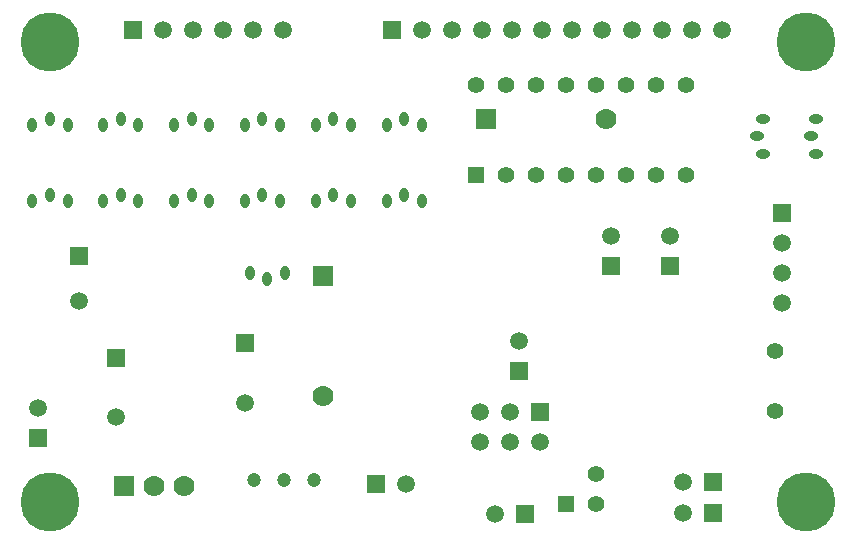
<source format=gts>
G04 (created by PCBNEW (2013-07-07 BZR 4022)-stable) date 2015-02-26 23:16:54*
%MOIN*%
G04 Gerber Fmt 3.4, Leading zero omitted, Abs format*
%FSLAX34Y34*%
G01*
G70*
G90*
G04 APERTURE LIST*
%ADD10C,0.00629921*%
%ADD11C,0.07*%
%ADD12R,0.07X0.07*%
%ADD13R,0.055X0.055*%
%ADD14C,0.055*%
%ADD15O,0.0314961X0.0472441*%
%ADD16C,0.1969*%
%ADD17R,0.0590551X0.0590551*%
%ADD18C,0.0590551*%
%ADD19O,0.0472441X0.0314961*%
%ADD20C,0.0591*%
%ADD21R,0.0591X0.0591*%
%ADD22C,0.0472*%
G04 APERTURE END LIST*
G54D10*
G54D11*
X10275Y4732D03*
G54D12*
X10275Y8732D03*
G54D11*
X19716Y13976D03*
G54D12*
X15716Y13976D03*
G54D13*
X15397Y12082D03*
G54D14*
X16397Y12082D03*
X17397Y12082D03*
X18397Y12082D03*
X19397Y12082D03*
X20397Y12082D03*
X21397Y12082D03*
X22397Y12082D03*
X22397Y15082D03*
X21397Y15082D03*
X20397Y15082D03*
X19397Y15082D03*
X18397Y15082D03*
X17397Y15082D03*
X16397Y15082D03*
X15397Y15082D03*
G54D15*
X9015Y8818D03*
X8425Y8622D03*
X7834Y8818D03*
G54D16*
X1181Y16535D03*
X26377Y16535D03*
X26377Y1181D03*
X1181Y1181D03*
G54D17*
X3937Y16929D03*
G54D18*
X4937Y16929D03*
X5937Y16929D03*
X6937Y16929D03*
X7937Y16929D03*
X8937Y16929D03*
G54D17*
X12598Y16929D03*
G54D18*
X13598Y16929D03*
X14598Y16929D03*
X15598Y16929D03*
X16598Y16929D03*
X17598Y16929D03*
X18598Y16929D03*
X19598Y16929D03*
X20598Y16929D03*
X21598Y16929D03*
X22598Y16929D03*
X23598Y16929D03*
G54D19*
X26732Y12795D03*
X26535Y13385D03*
X26732Y13976D03*
G54D15*
X12401Y13779D03*
X12992Y13976D03*
X13582Y13779D03*
X12401Y11220D03*
X12992Y11417D03*
X13582Y11220D03*
G54D19*
X24960Y12795D03*
X24763Y13385D03*
X24960Y13976D03*
G54D15*
X10039Y13779D03*
X10629Y13976D03*
X11220Y13779D03*
X7677Y13779D03*
X8267Y13976D03*
X8858Y13779D03*
X7677Y11220D03*
X8267Y11417D03*
X8858Y11220D03*
X5314Y13779D03*
X5905Y13976D03*
X6496Y13779D03*
X5314Y11220D03*
X5905Y11417D03*
X6496Y11220D03*
X2952Y13779D03*
X3543Y13976D03*
X4133Y13779D03*
X2952Y11220D03*
X3543Y11417D03*
X4133Y11220D03*
X590Y13779D03*
X1181Y13976D03*
X1771Y13779D03*
X10039Y11220D03*
X10629Y11417D03*
X11220Y11220D03*
X590Y11220D03*
X1181Y11417D03*
X1771Y11220D03*
G54D20*
X7677Y4511D03*
G54D21*
X7677Y6511D03*
X3385Y5984D03*
G54D20*
X3385Y4016D03*
X2165Y7913D03*
G54D21*
X2165Y9409D03*
G54D11*
X5645Y1732D03*
X4645Y1732D03*
G54D12*
X3645Y1732D03*
G54D22*
X7976Y1929D03*
X8976Y1929D03*
X9976Y1929D03*
G54D14*
X25334Y6236D03*
X25334Y4236D03*
G54D17*
X23287Y1850D03*
G54D18*
X22287Y1850D03*
G54D17*
X21850Y9055D03*
G54D18*
X21850Y10055D03*
G54D17*
X16811Y5551D03*
G54D18*
X16811Y6551D03*
G54D17*
X12066Y1781D03*
G54D18*
X13066Y1781D03*
G54D17*
X23287Y846D03*
G54D18*
X22287Y846D03*
G54D17*
X19881Y9055D03*
G54D18*
X19881Y10055D03*
G54D17*
X17007Y787D03*
G54D18*
X16007Y787D03*
G54D17*
X787Y3346D03*
G54D18*
X787Y4346D03*
G54D17*
X17519Y4212D03*
G54D18*
X17519Y3212D03*
X16519Y4212D03*
X16519Y3212D03*
X15519Y4212D03*
X15519Y3212D03*
G54D13*
X18397Y1114D03*
G54D14*
X19397Y1114D03*
X19397Y2114D03*
G54D17*
X25590Y10826D03*
G54D18*
X25590Y9826D03*
X25590Y8826D03*
X25590Y7826D03*
M02*

</source>
